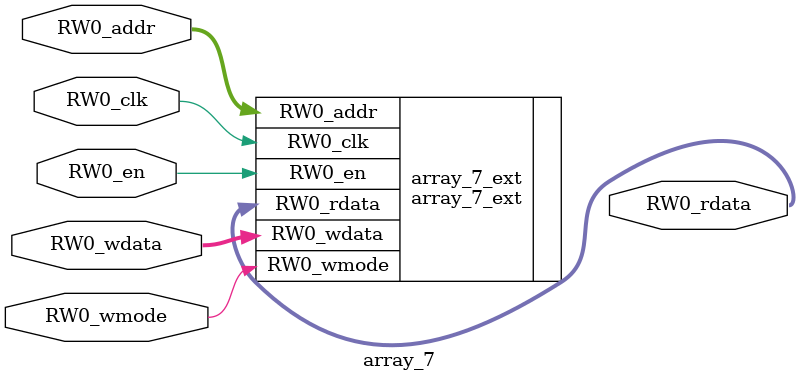
<source format=sv>
`ifndef RANDOMIZE
  `ifdef RANDOMIZE_MEM_INIT
    `define RANDOMIZE
  `endif // RANDOMIZE_MEM_INIT
`endif // not def RANDOMIZE
`ifndef RANDOMIZE
  `ifdef RANDOMIZE_REG_INIT
    `define RANDOMIZE
  `endif // RANDOMIZE_REG_INIT
`endif // not def RANDOMIZE

`ifndef RANDOM
  `define RANDOM $random
`endif // not def RANDOM

// Users can define INIT_RANDOM as general code that gets injected into the
// initializer block for modules with registers.
`ifndef INIT_RANDOM
  `define INIT_RANDOM
`endif // not def INIT_RANDOM

// If using random initialization, you can also define RANDOMIZE_DELAY to
// customize the delay used, otherwise 0.002 is used.
`ifndef RANDOMIZE_DELAY
  `define RANDOMIZE_DELAY 0.002
`endif // not def RANDOMIZE_DELAY

// Define INIT_RANDOM_PROLOG_ for use in our modules below.
`ifndef INIT_RANDOM_PROLOG_
  `ifdef RANDOMIZE
    `ifdef VERILATOR
      `define INIT_RANDOM_PROLOG_ `INIT_RANDOM
    `else  // VERILATOR
      `define INIT_RANDOM_PROLOG_ `INIT_RANDOM #`RANDOMIZE_DELAY begin end
    `endif // VERILATOR
  `else  // RANDOMIZE
    `define INIT_RANDOM_PROLOG_
  `endif // RANDOMIZE
`endif // not def INIT_RANDOM_PROLOG_

// Include register initializers in init blocks unless synthesis is set
`ifndef SYNTHESIS
  `ifndef ENABLE_INITIAL_REG_
    `define ENABLE_INITIAL_REG_
  `endif // not def ENABLE_INITIAL_REG_
`endif // not def SYNTHESIS

// Include rmemory initializers in init blocks unless synthesis is set
`ifndef SYNTHESIS
  `ifndef ENABLE_INITIAL_MEM_
    `define ENABLE_INITIAL_MEM_
  `endif // not def ENABLE_INITIAL_MEM_
`endif // not def SYNTHESIS

module array_7(
  input  [7:0]  RW0_addr,
  input         RW0_en,
  input         RW0_clk,
  input         RW0_wmode,
  input  [71:0] RW0_wdata,
  output [71:0] RW0_rdata
);

  array_7_ext array_7_ext (
    .RW0_addr  (RW0_addr),
    .RW0_en    (RW0_en),
    .RW0_clk   (RW0_clk),
    .RW0_wmode (RW0_wmode),
    .RW0_wdata (RW0_wdata),
    .RW0_rdata (RW0_rdata)
  );
endmodule


</source>
